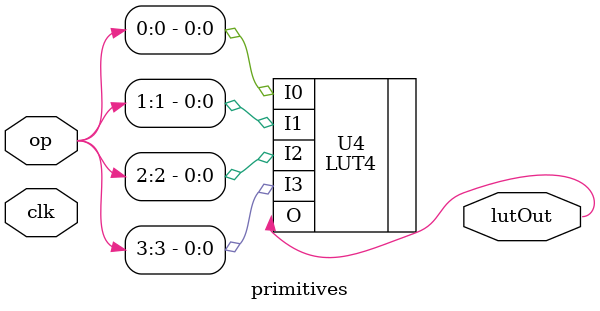
<source format=v>
`timescale 1ns / 1ps


module primitives(
    input wire clk,
    input wire [3:0] op,
    output wire lutOut
    );
    
    
    LUT4 U4 (.O(lutOut), .I0(op[0]), .I1(op[1]), .I2(op[2]), .I3(op[3]));
    defparam U4.INIT = 16'hFACC;
    
endmodule

</source>
